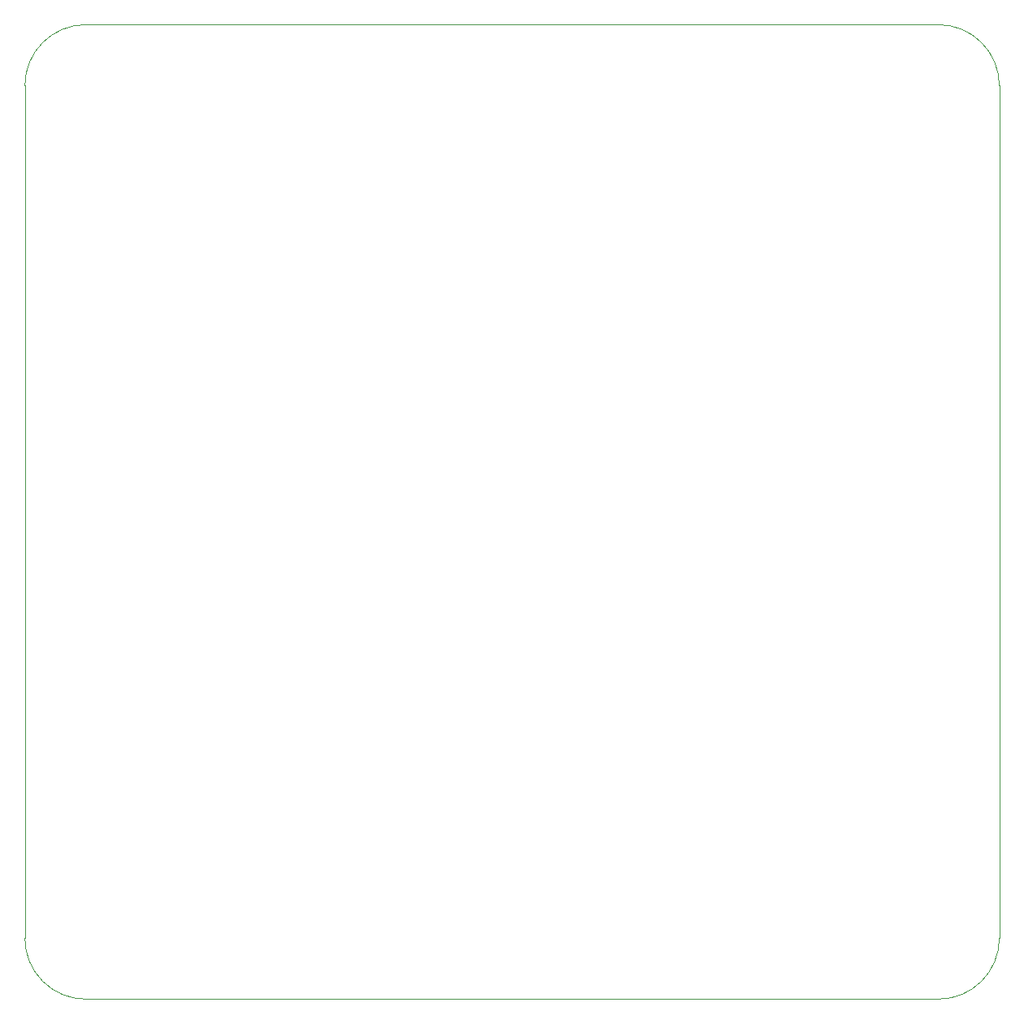
<source format=gm1>
%TF.GenerationSoftware,KiCad,Pcbnew,(6.0.9)*%
%TF.CreationDate,2025-06-18T12:33:42-04:00*%
%TF.ProjectId,Motherboard,4d6f7468-6572-4626-9f61-72642e6b6963,1*%
%TF.SameCoordinates,Original*%
%TF.FileFunction,Profile,NP*%
%FSLAX46Y46*%
G04 Gerber Fmt 4.6, Leading zero omitted, Abs format (unit mm)*
G04 Created by KiCad (PCBNEW (6.0.9)) date 2025-06-18 12:33:42*
%MOMM*%
%LPD*%
G01*
G04 APERTURE LIST*
%TA.AperFunction,Profile*%
%ADD10C,0.100000*%
%TD*%
G04 APERTURE END LIST*
D10*
X35560000Y-54610000D02*
X35560000Y-143510000D01*
X41910000Y-48260000D02*
G75*
G03*
X35560000Y-54610000I0J-6350000D01*
G01*
X130810000Y-149860000D02*
G75*
G03*
X137160000Y-143510000I0J6350000D01*
G01*
X137160000Y-54610000D02*
G75*
G03*
X130810000Y-48260000I-6350000J0D01*
G01*
X137160000Y-143510000D02*
X137160000Y-54610000D01*
X41910000Y-149860000D02*
X130810000Y-149860000D01*
X35560000Y-143510000D02*
G75*
G03*
X41910000Y-149860000I6350000J0D01*
G01*
X130810000Y-48260000D02*
X41910000Y-48260000D01*
M02*

</source>
